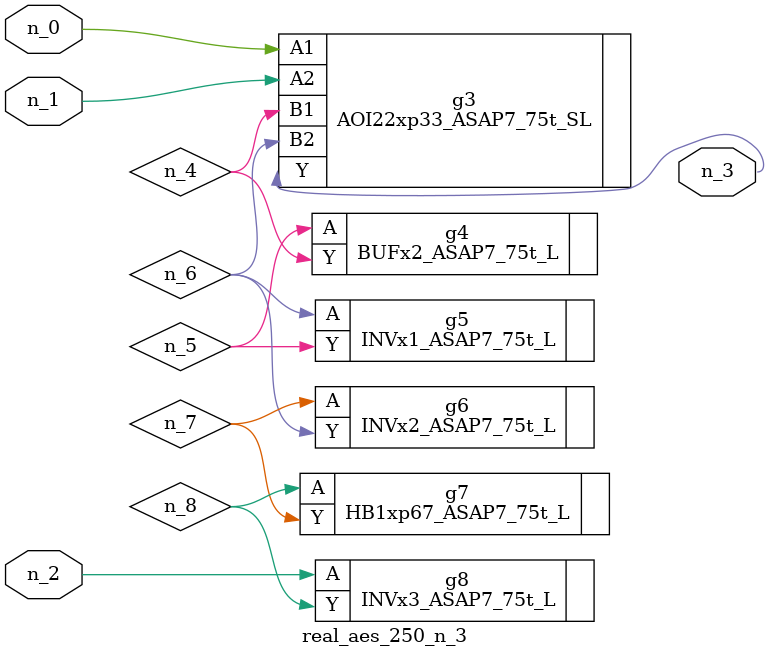
<source format=v>
module real_aes_250_n_3 (n_0, n_2, n_1, n_3);
input n_0;
input n_2;
input n_1;
output n_3;
wire n_4;
wire n_5;
wire n_7;
wire n_8;
wire n_6;
AOI22xp33_ASAP7_75t_SL g3 ( .A1(n_0), .A2(n_1), .B1(n_4), .B2(n_6), .Y(n_3) );
INVx3_ASAP7_75t_L g8 ( .A(n_2), .Y(n_8) );
BUFx2_ASAP7_75t_L g4 ( .A(n_5), .Y(n_4) );
INVx1_ASAP7_75t_L g5 ( .A(n_6), .Y(n_5) );
INVx2_ASAP7_75t_L g6 ( .A(n_7), .Y(n_6) );
HB1xp67_ASAP7_75t_L g7 ( .A(n_8), .Y(n_7) );
endmodule
</source>
